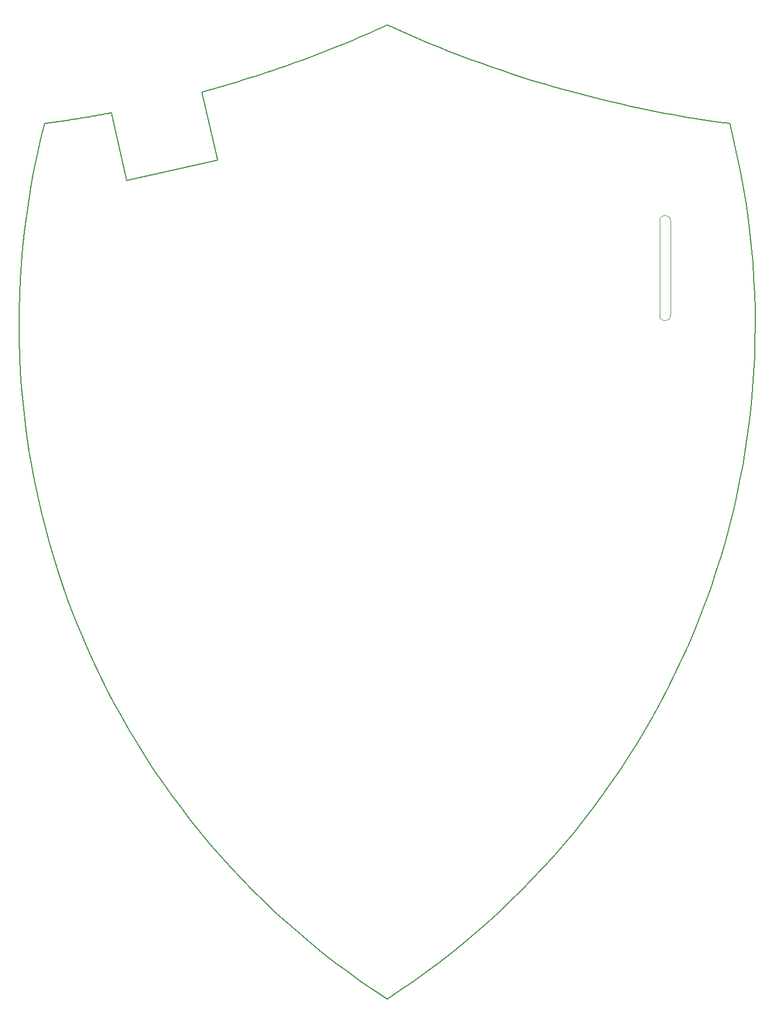
<source format=gbr>
%TF.GenerationSoftware,KiCad,Pcbnew,5.99.0-unknown-r17145-8bd2765f*%
%TF.CreationDate,2019-12-26T06:40:12+08:00*%
%TF.ProjectId,tr20-r2-frozen,74723230-2d72-4322-9d66-726f7a656e2e,rev?*%
%TF.SameCoordinates,Original*%
%TF.FileFunction,Profile,NP*%
%FSLAX46Y46*%
G04 Gerber Fmt 4.6, Leading zero omitted, Abs format (unit mm)*
G04 Created by KiCad (PCBNEW 5.99.0-unknown-r17145-8bd2765f) date 2019-12-26 06:40:12*
%MOMM*%
%LPD*%
G04 APERTURE LIST*
%ADD10C,0.200000*%
%TA.AperFunction,Profile*%
%ADD11C,0.200000*%
%TD*%
%TA.AperFunction,Profile*%
%ADD12C,0.100000*%
%TD*%
G04 APERTURE END LIST*
D10*
X-46883119Y57219047D02*
X-45998794Y55024030D01*
X-45072774Y52850080D01*
X-44105487Y50697719D01*
X-43097358Y48567469D01*
X-42048818Y46459852D01*
X-40960292Y44375391D01*
X-39832210Y42314607D01*
X-38664999Y40278023D01*
X-37459086Y38266162D01*
X-36214900Y36279544D01*
X-34932868Y34318693D01*
X-33613417Y32384130D01*
X-32256977Y30476379D01*
X-30863974Y28595960D01*
X-29434836Y26743397D01*
X-27969992Y24919211D01*
X-26469868Y23123925D01*
X-24934893Y21358060D01*
X-23365494Y19622140D01*
X-21762100Y17916686D01*
X-20125137Y16242221D01*
X-18455034Y14599266D01*
X-16752218Y12988344D01*
X-15017118Y11409978D01*
X-13250161Y9864688D01*
X-11451775Y8352998D01*
X-9622387Y6875430D01*
X-7762426Y5432506D01*
X-5872319Y4024748D01*
X-3952493Y2652678D01*
X-2003378Y1316819D01*
X-25400Y17693D01*
D11*
X-25387675Y125540899D02*
X-39068699Y122480184D01*
D10*
X-25400Y17693D02*
X1952607Y1316796D01*
X3901753Y2652634D01*
X5821608Y4024683D01*
X7711746Y5432421D01*
X9571738Y6875326D01*
X11401156Y8352876D01*
X13199573Y9864548D01*
X14966562Y11409821D01*
X16701693Y12988171D01*
X18404540Y14599078D01*
X20074674Y16242018D01*
X21711668Y17916470D01*
X23315094Y19621911D01*
X24884525Y21357819D01*
X26419532Y23123672D01*
X27919687Y24918948D01*
X29384563Y26743124D01*
X30813733Y28595678D01*
X32206768Y30476088D01*
X33563240Y32383832D01*
X34882722Y34318388D01*
X36164785Y36279233D01*
X37409003Y38265846D01*
X38614948Y40277703D01*
X39782190Y42314283D01*
X40910304Y44375064D01*
X41998860Y46459523D01*
X43047432Y48567138D01*
X44055591Y50697387D01*
X45022910Y52849748D01*
X45948960Y55023699D01*
X46833315Y57218717D01*
X46833315Y57218717D02*
X47674233Y59430739D01*
X48470235Y61655601D01*
X49221280Y63892629D01*
X49927327Y66141149D01*
X50588335Y68400488D01*
X51204266Y70669972D01*
X51775077Y72948926D01*
X52300728Y75236677D01*
X52781180Y77532551D01*
X53216391Y79835874D01*
X53606321Y82145973D01*
X53950931Y84462173D01*
X54250178Y86783801D01*
X54504023Y89110182D01*
X54712426Y91440644D01*
X54875345Y93774512D01*
X54992741Y96111112D01*
X55064573Y98449770D01*
X55090801Y100789813D01*
X55071384Y103130566D01*
X55006282Y105471357D01*
X54895454Y107811510D01*
X54738859Y110150353D01*
X54536459Y112487211D01*
X54288211Y114821411D01*
X53994075Y117152278D01*
X53654012Y119479139D01*
X53267981Y121801320D01*
X52835940Y124118147D01*
X52357850Y126428946D01*
X51833671Y128733044D01*
X51263362Y131029767D01*
D11*
X-27807059Y135739115D02*
X-25387675Y125540899D01*
D10*
X-41327353Y132632849D02*
X-41637711Y132574316D01*
X-41948184Y132516325D01*
X-42258772Y132458877D01*
X-42569473Y132401972D01*
X-42880287Y132345610D01*
X-43191214Y132289790D01*
X-43502252Y132234514D01*
X-43813401Y132179782D01*
X-44124660Y132125593D01*
X-44436029Y132071948D01*
X-44747506Y132018847D01*
X-45059091Y131966290D01*
X-45370784Y131914278D01*
X-45682583Y131862810D01*
X-45994488Y131811888D01*
X-46306499Y131761510D01*
X-46618614Y131711678D01*
X-46930833Y131662391D01*
X-47243155Y131613650D01*
X-47555579Y131565455D01*
X-47868106Y131517806D01*
X-48180733Y131470703D01*
X-48493461Y131424147D01*
X-48806288Y131378137D01*
X-49119214Y131332675D01*
X-49432238Y131287759D01*
X-49745360Y131243391D01*
X-50058579Y131199570D01*
X-50371894Y131156297D01*
X-50685304Y131113572D01*
X-50998809Y131071395D01*
X-51312409Y131029767D01*
X-25400Y145770600D02*
X-868405Y145387969D01*
X-1713210Y145009749D01*
X-2559797Y144635945D01*
X-3408149Y144266562D01*
X-4258247Y143901604D01*
X-5110075Y143541077D01*
X-5963614Y143184986D01*
X-6818848Y142833336D01*
X-7675758Y142486132D01*
X-8534327Y142143378D01*
X-9394538Y141805081D01*
X-10256373Y141471245D01*
X-11119814Y141141875D01*
X-11984844Y140816976D01*
X-12851445Y140496553D01*
X-13719600Y140180611D01*
X-14589292Y139869156D01*
X-15460501Y139562192D01*
X-16333212Y139259724D01*
X-17207406Y138961758D01*
X-18083067Y138668299D01*
X-18960175Y138379351D01*
X-19838715Y138094919D01*
X-20718667Y137815009D01*
X-21600016Y137539626D01*
X-22482742Y137268775D01*
X-23366829Y137002460D01*
X-24252259Y136740687D01*
X-25139015Y136483461D01*
X-26027078Y136230787D01*
X-26916432Y135982670D01*
X-27807059Y135739115D01*
D11*
X-39068699Y122480184D02*
X-41327353Y132632849D01*
D10*
X-51312409Y131029767D02*
X-51882734Y128733061D01*
X-52406930Y126428980D01*
X-52885037Y124118197D01*
X-53317096Y121801386D01*
X-53703146Y119479221D01*
X-54043228Y117152375D01*
X-54337383Y114821523D01*
X-54585651Y112487337D01*
X-54788072Y110150493D01*
X-54944687Y107811664D01*
X-55055536Y105471524D01*
X-55120661Y103130746D01*
X-55140100Y100790005D01*
X-55113895Y98449974D01*
X-55042086Y96111327D01*
X-54924714Y93774739D01*
X-54761819Y91440881D01*
X-54553441Y89110430D01*
X-54299621Y86784058D01*
X-54000399Y84462439D01*
X-53655816Y82146247D01*
X-53265911Y79836157D01*
X-52830727Y77532841D01*
X-52350302Y75236974D01*
X-51824678Y72949229D01*
X-51253895Y70670280D01*
X-50637993Y68400802D01*
X-49977013Y66141468D01*
X-49270995Y63892951D01*
X-48519980Y61655926D01*
X-47724007Y59431067D01*
X-46883119Y57219047D01*
X51263362Y131029767D02*
X49602155Y131256651D01*
X47943674Y131498917D01*
X46288025Y131756534D01*
X44635311Y132029473D01*
X42985636Y132317704D01*
X41339105Y132621196D01*
X39695823Y132939920D01*
X38055893Y133273846D01*
X36419420Y133622943D01*
X34786508Y133987182D01*
X33157261Y134366533D01*
X31531785Y134760965D01*
X29910183Y135170449D01*
X28292559Y135594955D01*
X26679018Y136034453D01*
X25069664Y136488913D01*
X23464602Y136958304D01*
X21863936Y137442597D01*
X20267770Y137941762D01*
X18676208Y138455769D01*
X17089356Y138984587D01*
X15507316Y139528188D01*
X13930194Y140086540D01*
X12358094Y140659615D01*
X10791120Y141247381D01*
X9229377Y141849809D01*
X7672968Y142466869D01*
X6121999Y143098531D01*
X4576573Y143744765D01*
X3036795Y144405541D01*
X1502769Y145080829D01*
X-25400Y145770600D01*
D12*
X42402116Y116476400D02*
X42402116Y102320000D01*
X40773836Y116476400D02*
G75*
G02X42402116Y116476400I814140J0D01*
G01*
X40773835Y102320000D02*
X40773835Y116476400D01*
X42402117Y102320000D02*
G75*
G02X40773835Y102320000I-814141J0D01*
G01*
M02*

</source>
